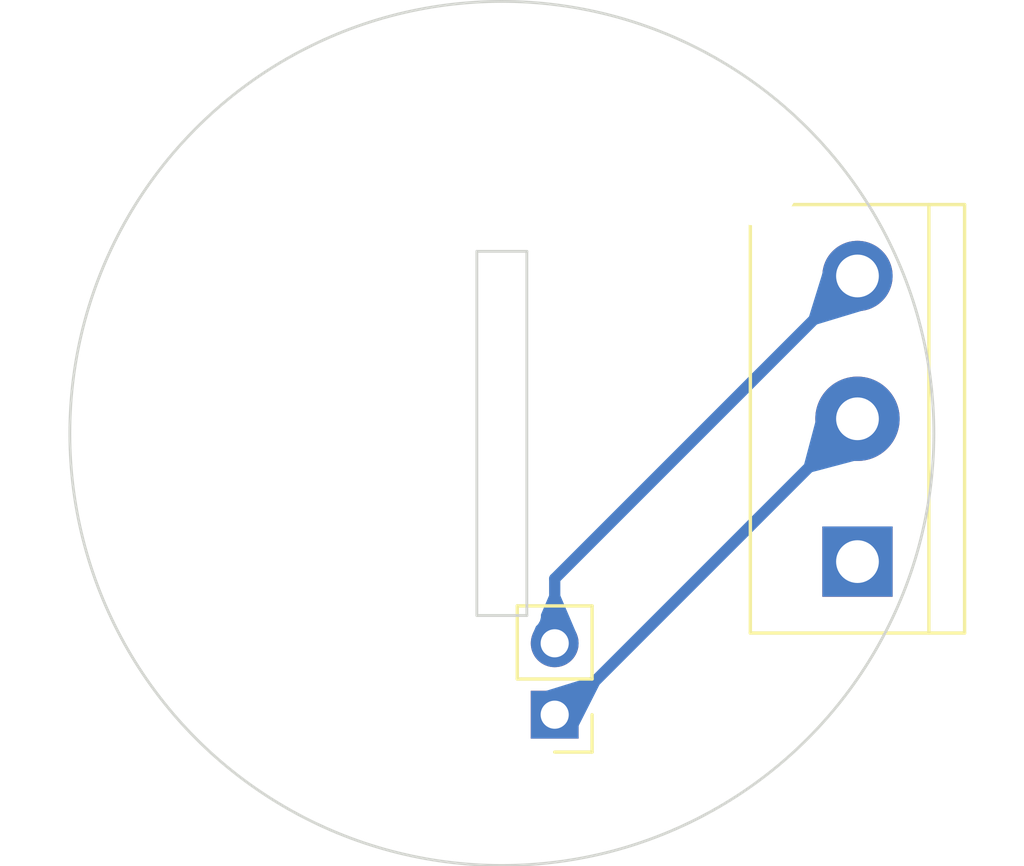
<source format=kicad_pcb>
(kicad_pcb (version 20240108) (generator "pcbnew") (generator_version "8.0")
  (layers (0 "F.Cu" signal) (31 "B.Cu" signal) (34 "B.Paste" user) (35 "F.Paste" user) (36 "B.SilkS" user "B.Silkscreen") (37 "F.SilkS" user "F.Silkscreen") (38 "B.Mask" user) (39 "F.Mask" user) (44 "Edge.Cuts" user))
  (net 0 "")
  (net 1 "Net-(J1-Pin_2)")
  (net 2 "Net-(J1-Pin_1)")
  (footprint "MountingHole:MountingHole_3.2mm_M3" (layer "F.Cu") (at 172.6692 94.0816)
    (property "Reference" "H6" (hide yes))
    (property "Value" "MountingHole")
    (pad "" np_thru_hole circle (at 0 0) (size 3.2 3.2) (drill 3.2) (layers "*.Cu" "*.Mask"))
  )
  (footprint "TerminalBlock:TerminalBlock_bornier-3_P5.08mm" (layer "F.Cu") (at 176.3268 89.662 90)
    (property "Reference" "SW1" (hide yes))
    (property "Value" "SW_SPDT")
    (fp_line (start -2.54 -3.81) (end 12.7 -3.81) (stroke (width 0.12)) (layer "F.SilkS"))
    (fp_line (start -2.54 2.54) (end 12.7 2.54) (stroke (width 0.12)) (layer "F.SilkS"))
    (fp_line (start 12.7 3.81) (end 12.7 -3.81) (stroke (width 0.12)) (layer "F.SilkS"))
    (fp_line (start -2.54 3.81) (end -2.54 -3.81) (stroke (width 0.12)) (layer "F.SilkS"))
    (fp_line (start -2.54 3.81) (end 12.7 3.81) (stroke (width 0.12)) (layer "F.SilkS"))
    (pad "1" thru_hole rect (at 0 0 90) (size 2.5 2.5) (drill 1.52) (layers "*.Cu" "*.Mask"))
    (pad "2" thru_hole circle (at 5.08 0 90) (size 3 3) (drill 1.52) (layers "*.Cu" "*.Mask") (net 2 "Net-(J1-Pin_1)"))
    (pad "3" thru_hole circle (at 10.16 0 90) (size 2.5 2.5) (drill 1.52) (layers "*.Cu" "*.Mask") (net 1 "Net-(J1-Pin_2)"))
  )
  (footprint "MountingHole:MountingHole_3.2mm_M3" (layer "F.Cu") (at 172.6692 76.0984)
    (property "Reference" "H4" (hide yes))
    (property "Value" "MountingHole")
    (pad "" np_thru_hole circle (at 0 0) (size 3.2 3.2) (drill 3.2) (layers "*.Cu" "*.Mask"))
  )
  (footprint "MountingHole:MountingHole_2.2mm_M2" (layer "F.Cu") (at 158.242 87.63)
    (property "Reference" "H1" (hide yes))
    (property "Value" "MountingHole")
    (pad "" np_thru_hole circle (at 0 0) (size 2.2 2.2) (drill 2.2) (layers "*.Cu" "*.Mask"))
  )
  (footprint "MountingHole:MountingHole_6.4mm_M6" (layer "F.Cu") (at 152.5016 81.4832)
    (property "Reference" "H8" (hide yes))
    (property "Value" "MountingHole")
    (pad "" np_thru_hole circle (at 0 0) (size 6.5 6.5) (drill 6.5) (layers "F&B.Cu" "*.Mask"))
  )
  (footprint "Connector_PinHeader_2.54mm:PinHeader_1x02_P2.54mm_Vertical" (layer "F.Cu") (at 165.5572 95.1076 180)
    (property "Reference" "J1" (hide yes))
    (property "Value" "Conn_01x02")
    (fp_line (start 1.33 1.27) (end 1.33 3.87) (stroke (width 0.12)) (layer "F.SilkS"))
    (fp_line (start -1.33 3.87) (end 1.33 3.87) (stroke (width 0.12)) (layer "F.SilkS"))
    (fp_line (start -1.33 1.27) (end 1.33 1.27) (stroke (width 0.12)) (layer "F.SilkS"))
    (fp_line (start -1.33 1.27) (end -1.33 3.87) (stroke (width 0.12)) (layer "F.SilkS"))
    (fp_line (start -1.33 0) (end -1.33 -1.33) (stroke (width 0.12)) (layer "F.SilkS"))
    (fp_line (start -1.33 -1.33) (end 0 -1.33) (stroke (width 0.12)) (layer "F.SilkS"))
    (pad "1" thru_hole rect (at 0 0 180) (size 1.7 1.7) (drill 1) (layers "*.Cu" "*.Mask") (net 2 "Net-(J1-Pin_1)"))
    (pad "2" thru_hole oval (at 0 2.54 180) (size 1.7 1.7) (drill 1) (layers "*.Cu" "*.Mask") (net 1 "Net-(J1-Pin_2)"))
  )
  (footprint "MountingHole:MountingHole_3.2mm_M3" (layer "F.Cu") (at 154.686 94.0816)
    (property "Reference" "H7" (hide yes))
    (property "Value" "MountingHole")
    (pad "" np_thru_hole circle (at 0 0) (size 3.2 3.2) (drill 3.2) (layers "*.Cu" "*.Mask"))
  )
  (footprint "MountingHole:MountingHole_2.2mm_M2" (layer "F.Cu") (at 158.242 83.82)
    (property "Reference" "H2" (hide yes))
    (property "Value" "MountingHole")
    (pad "" np_thru_hole circle (at 0 0) (size 2.2 2.2) (drill 2.2) (layers "*.Cu" "*.Mask"))
  )
  (footprint "MountingHole:MountingHole_2.2mm_M2" (layer "F.Cu") (at 158.242 80.01)
    (property "Reference" "H3" (hide yes))
    (property "Value" "MountingHole")
    (pad "" np_thru_hole circle (at 0 0) (size 2.2 2.2) (drill 2.2) (layers "*.Cu" "*.Mask"))
  )
  (footprint "MountingHole:MountingHole_6.4mm_M6" (layer "F.Cu") (at 152.5016 88.6968)
    (property "Reference" "H9" (hide yes))
    (property "Value" "MountingHole")
    (pad "" np_thru_hole circle (at 0 0) (size 6.5 6.5) (drill 6.5) (layers "F&B.Cu" "*.Mask"))
  )
  (footprint "MountingHole:MountingHole_3.2mm_M3" (layer "F.Cu") (at 154.686 76.0984)
    (property "Reference" "H5" (hide yes))
    (property "Value" "MountingHole")
    (pad "" np_thru_hole circle (at 0 0) (size 3.2 3.2) (drill 3.2) (layers "*.Cu" "*.Mask"))
  )
  (gr_line (start 162.788651 91.579674) (end 162.788651 78.6257) (stroke (width 0.1)) (layer "Edge.Cuts"))
  (gr_circle (center 163.677626 85.1027) (end 179.044626 85.1027) (stroke (width 0.1)) (fill none) (layer "Edge.Cuts"))
  (gr_line (start 162.788651 78.6257) (end 164.5666 78.6257) (stroke (width 0.1)) (layer "Edge.Cuts"))
  (gr_line (start 164.5666 78.6257) (end 164.5666 91.579674) (stroke (width 0.1)) (layer "Edge.Cuts"))
  (gr_line (start 164.5666 91.579674) (end 162.788651 91.579674) (stroke (width 0.1)) (layer "Edge.Cuts"))
  (segment (start 176.3268 79.502) (end 165.5572 90.2716) (width 0.4) (layer "B.Cu") (net 1))
  (segment (start 165.5572 90.2716) (end 165.5572 92.5676) (width 0.4) (layer "B.Cu") (net 1))
  (segment (start 165.8012 95.1076) (end 165.5572 95.1076) (width 0.4) (layer "B.Cu") (net 2))
  (segment (start 176.3268 84.582) (end 165.8012 95.1076) (width 0.4) (layer "B.Cu") (net 2))
)
</source>
